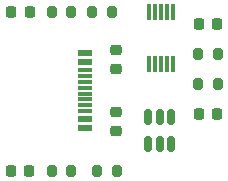
<source format=gbr>
%TF.GenerationSoftware,KiCad,Pcbnew,7.0.7*%
%TF.CreationDate,2024-05-21T12:30:45-04:00*%
%TF.ProjectId,CH340E_USB_UART,43483334-3045-45f5-9553-425f55415254,rev?*%
%TF.SameCoordinates,Original*%
%TF.FileFunction,Paste,Top*%
%TF.FilePolarity,Positive*%
%FSLAX46Y46*%
G04 Gerber Fmt 4.6, Leading zero omitted, Abs format (unit mm)*
G04 Created by KiCad (PCBNEW 7.0.7) date 2024-05-21 12:30:45*
%MOMM*%
%LPD*%
G01*
G04 APERTURE LIST*
G04 Aperture macros list*
%AMRoundRect*
0 Rectangle with rounded corners*
0 $1 Rounding radius*
0 $2 $3 $4 $5 $6 $7 $8 $9 X,Y pos of 4 corners*
0 Add a 4 corners polygon primitive as box body*
4,1,4,$2,$3,$4,$5,$6,$7,$8,$9,$2,$3,0*
0 Add four circle primitives for the rounded corners*
1,1,$1+$1,$2,$3*
1,1,$1+$1,$4,$5*
1,1,$1+$1,$6,$7*
1,1,$1+$1,$8,$9*
0 Add four rect primitives between the rounded corners*
20,1,$1+$1,$2,$3,$4,$5,0*
20,1,$1+$1,$4,$5,$6,$7,0*
20,1,$1+$1,$6,$7,$8,$9,0*
20,1,$1+$1,$8,$9,$2,$3,0*%
G04 Aperture macros list end*
%ADD10RoundRect,0.218750X-0.218750X-0.256250X0.218750X-0.256250X0.218750X0.256250X-0.218750X0.256250X0*%
%ADD11RoundRect,0.225000X0.225000X0.250000X-0.225000X0.250000X-0.225000X-0.250000X0.225000X-0.250000X0*%
%ADD12RoundRect,0.225000X-0.225000X-0.250000X0.225000X-0.250000X0.225000X0.250000X-0.225000X0.250000X0*%
%ADD13RoundRect,0.200000X0.200000X0.275000X-0.200000X0.275000X-0.200000X-0.275000X0.200000X-0.275000X0*%
%ADD14RoundRect,0.218750X0.256250X-0.218750X0.256250X0.218750X-0.256250X0.218750X-0.256250X-0.218750X0*%
%ADD15RoundRect,0.150000X0.150000X-0.512500X0.150000X0.512500X-0.150000X0.512500X-0.150000X-0.512500X0*%
%ADD16R,0.300000X1.400000*%
%ADD17R,1.240000X0.600000*%
%ADD18R,1.240000X0.300000*%
%ADD19RoundRect,0.225000X0.250000X-0.225000X0.250000X0.225000X-0.250000X0.225000X-0.250000X-0.225000X0*%
%ADD20RoundRect,0.200000X-0.200000X-0.275000X0.200000X-0.275000X0.200000X0.275000X-0.200000X0.275000X0*%
G04 APERTURE END LIST*
D10*
%TO.C,D2*%
X134467500Y-97028000D03*
X136042500Y-97028000D03*
%TD*%
%TO.C,D1*%
X134442000Y-110490000D03*
X136017000Y-110490000D03*
%TD*%
D11*
%TO.C,C2*%
X151905000Y-105664000D03*
X150355000Y-105664000D03*
%TD*%
D12*
%TO.C,C3*%
X150368000Y-98044000D03*
X151918000Y-98044000D03*
%TD*%
D13*
%TO.C,R6*%
X139572000Y-97028000D03*
X137922000Y-97028000D03*
%TD*%
D14*
%TO.C,F1*%
X143383000Y-101854000D03*
X143383000Y-100279000D03*
%TD*%
D13*
%TO.C,R3*%
X152000000Y-100584000D03*
X150350000Y-100584000D03*
%TD*%
D15*
%TO.C,U2*%
X146116000Y-108198500D03*
X147066000Y-108198500D03*
X148016000Y-108198500D03*
X148016000Y-105923500D03*
X147066000Y-105923500D03*
X146116000Y-105923500D03*
%TD*%
D16*
%TO.C,U1*%
X146193000Y-101428000D03*
X146693000Y-101428000D03*
X147193000Y-101428000D03*
X147693000Y-101428000D03*
X148193000Y-101428000D03*
X148193000Y-97028000D03*
X147693000Y-97028000D03*
X147193000Y-97028000D03*
X146693000Y-97028000D03*
X146193000Y-97028000D03*
%TD*%
D17*
%TO.C,P1*%
X140725000Y-100480000D03*
X140725000Y-101280000D03*
D18*
X140725000Y-102430000D03*
X140725000Y-103430000D03*
X140725000Y-103930000D03*
X140725000Y-104930000D03*
D17*
X140725000Y-106080000D03*
X140725000Y-106880000D03*
X140725000Y-106880000D03*
X140725000Y-106080000D03*
D18*
X140725000Y-105430000D03*
X140725000Y-104430000D03*
X140725000Y-102930000D03*
X140725000Y-101930000D03*
D17*
X140725000Y-101280000D03*
X140725000Y-100480000D03*
%TD*%
D19*
%TO.C,C1*%
X143383000Y-107074000D03*
X143383000Y-105524000D03*
%TD*%
D13*
%TO.C,R4*%
X152000000Y-103124000D03*
X150350000Y-103124000D03*
%TD*%
%TO.C,R1*%
X143000000Y-97000000D03*
X141350000Y-97000000D03*
%TD*%
%TO.C,R5*%
X139573000Y-110490000D03*
X137923000Y-110490000D03*
%TD*%
D20*
%TO.C,R2*%
X141796000Y-110490000D03*
X143446000Y-110490000D03*
%TD*%
M02*

</source>
